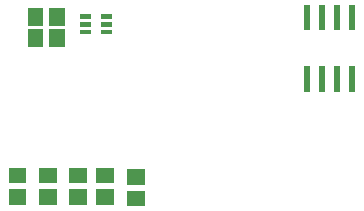
<source format=gbr>
G04 start of page 9 for group -4014 idx -4014 *
G04 Title: (unknown), bottompaste *
G04 Creator: pcb 20091103 *
G04 CreationDate: Sun 20 Mar 2011 01:49:22 AM GMT UTC *
G04 For: gjhurlbu *
G04 Format: Gerber/RS-274X *
G04 PCB-Dimensions: 600000 500000 *
G04 PCB-Coordinate-Origin: lower left *
%MOIN*%
%FSLAX25Y25*%
%LNBACKPASTE*%
%ADD17R,0.0512X0.0512*%
%ADD19R,0.0200X0.0200*%
%ADD22R,0.0150X0.0150*%
G54D17*X71214Y312914D02*X72000D01*
X71214Y320000D02*X72000D01*
X81607Y319543D02*X82393D01*
X81607Y312457D02*X82393D01*
X62214Y312914D02*X63000D01*
X62214Y320000D02*X63000D01*
X52214Y312914D02*X53000D01*
X52214Y320000D02*X53000D01*
G54D19*X154000Y355500D02*Y349000D01*
X149000Y355500D02*Y349000D01*
X144000Y355500D02*Y349000D01*
X139000Y355500D02*Y349000D01*
Y376000D02*Y369500D01*
X144000Y376000D02*Y369500D01*
X149000Y376000D02*Y369500D01*
X154000Y376000D02*Y369500D01*
G54D17*X42000Y312914D02*X42786D01*
X42000Y320000D02*X42786D01*
X48457Y366393D02*Y365607D01*
X55543Y366393D02*Y365607D01*
G54D22*X71000Y373000D02*X73000D01*
X71000Y370400D02*X73000D01*
X71000Y367900D02*X73000D01*
X64000D02*X66000D01*
X64000Y370400D02*X66000D01*
X64000Y373000D02*X66000D01*
G54D17*X48457Y373393D02*Y372607D01*
X55543Y373393D02*Y372607D01*
M02*

</source>
